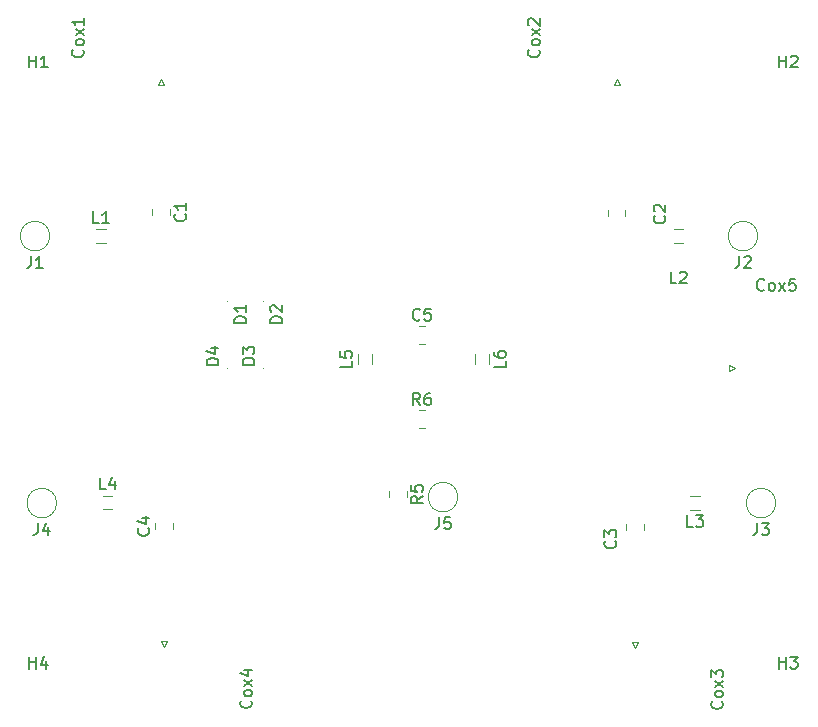
<source format=gbr>
%TF.GenerationSoftware,KiCad,Pcbnew,(5.99.0-13051-g9e760512ac)*%
%TF.CreationDate,2021-12-06T14:55:38+00:00*%
%TF.ProjectId,RF_SWITCH,52465f53-5749-4544-9348-2e6b69636164,rev?*%
%TF.SameCoordinates,Original*%
%TF.FileFunction,Legend,Top*%
%TF.FilePolarity,Positive*%
%FSLAX46Y46*%
G04 Gerber Fmt 4.6, Leading zero omitted, Abs format (unit mm)*
G04 Created by KiCad (PCBNEW (5.99.0-13051-g9e760512ac)) date 2021-12-06 14:55:38*
%MOMM*%
%LPD*%
G01*
G04 APERTURE LIST*
%ADD10C,0.150000*%
%ADD11C,0.120000*%
%ADD12C,0.100000*%
G04 APERTURE END LIST*
D10*
%TO.C,H2*%
X165354095Y-84272380D02*
X165354095Y-83272380D01*
X165354095Y-83748571D02*
X165925523Y-83748571D01*
X165925523Y-84272380D02*
X165925523Y-83272380D01*
X166354095Y-83367619D02*
X166401714Y-83320000D01*
X166496952Y-83272380D01*
X166735047Y-83272380D01*
X166830285Y-83320000D01*
X166877904Y-83367619D01*
X166925523Y-83462857D01*
X166925523Y-83558095D01*
X166877904Y-83700952D01*
X166306476Y-84272380D01*
X166925523Y-84272380D01*
%TO.C,L4*%
X108357333Y-119994380D02*
X107881142Y-119994380D01*
X107881142Y-118994380D01*
X109119238Y-119327714D02*
X109119238Y-119994380D01*
X108881142Y-118946761D02*
X108643047Y-119661047D01*
X109262095Y-119661047D01*
%TO.C,J1*%
X102028666Y-100254380D02*
X102028666Y-100968666D01*
X101981047Y-101111523D01*
X101885809Y-101206761D01*
X101742952Y-101254380D01*
X101647714Y-101254380D01*
X103028666Y-101254380D02*
X102457238Y-101254380D01*
X102742952Y-101254380D02*
X102742952Y-100254380D01*
X102647714Y-100397238D01*
X102552476Y-100492476D01*
X102457238Y-100540095D01*
%TO.C,D4*%
X117900380Y-109450095D02*
X116900380Y-109450095D01*
X116900380Y-109212000D01*
X116948000Y-109069142D01*
X117043238Y-108973904D01*
X117138476Y-108926285D01*
X117328952Y-108878666D01*
X117471809Y-108878666D01*
X117662285Y-108926285D01*
X117757523Y-108973904D01*
X117852761Y-109069142D01*
X117900380Y-109212000D01*
X117900380Y-109450095D01*
X117233714Y-108021523D02*
X117900380Y-108021523D01*
X116852761Y-108259619D02*
X117567047Y-108497714D01*
X117567047Y-107878666D01*
%TO.C,H3*%
X165354095Y-135174380D02*
X165354095Y-134174380D01*
X165354095Y-134650571D02*
X165925523Y-134650571D01*
X165925523Y-135174380D02*
X165925523Y-134174380D01*
X166306476Y-134174380D02*
X166925523Y-134174380D01*
X166592190Y-134555333D01*
X166735047Y-134555333D01*
X166830285Y-134602952D01*
X166877904Y-134650571D01*
X166925523Y-134745809D01*
X166925523Y-134983904D01*
X166877904Y-135079142D01*
X166830285Y-135126761D01*
X166735047Y-135174380D01*
X166449333Y-135174380D01*
X166354095Y-135126761D01*
X166306476Y-135079142D01*
%TO.C,Cox1*%
X106387142Y-82783809D02*
X106434761Y-82831428D01*
X106482380Y-82974285D01*
X106482380Y-83069523D01*
X106434761Y-83212380D01*
X106339523Y-83307619D01*
X106244285Y-83355238D01*
X106053809Y-83402857D01*
X105910952Y-83402857D01*
X105720476Y-83355238D01*
X105625238Y-83307619D01*
X105530000Y-83212380D01*
X105482380Y-83069523D01*
X105482380Y-82974285D01*
X105530000Y-82831428D01*
X105577619Y-82783809D01*
X106482380Y-82212380D02*
X106434761Y-82307619D01*
X106387142Y-82355238D01*
X106291904Y-82402857D01*
X106006190Y-82402857D01*
X105910952Y-82355238D01*
X105863333Y-82307619D01*
X105815714Y-82212380D01*
X105815714Y-82069523D01*
X105863333Y-81974285D01*
X105910952Y-81926666D01*
X106006190Y-81879047D01*
X106291904Y-81879047D01*
X106387142Y-81926666D01*
X106434761Y-81974285D01*
X106482380Y-82069523D01*
X106482380Y-82212380D01*
X106482380Y-81545714D02*
X105815714Y-81021904D01*
X105815714Y-81545714D02*
X106482380Y-81021904D01*
X106482380Y-80117142D02*
X106482380Y-80688571D01*
X106482380Y-80402857D02*
X105482380Y-80402857D01*
X105625238Y-80498095D01*
X105720476Y-80593333D01*
X105768095Y-80688571D01*
%TO.C,J2*%
X161972666Y-100254380D02*
X161972666Y-100968666D01*
X161925047Y-101111523D01*
X161829809Y-101206761D01*
X161686952Y-101254380D01*
X161591714Y-101254380D01*
X162401238Y-100349619D02*
X162448857Y-100302000D01*
X162544095Y-100254380D01*
X162782190Y-100254380D01*
X162877428Y-100302000D01*
X162925047Y-100349619D01*
X162972666Y-100444857D01*
X162972666Y-100540095D01*
X162925047Y-100682952D01*
X162353619Y-101254380D01*
X162972666Y-101254380D01*
%TO.C,D1*%
X120240380Y-105917095D02*
X119240380Y-105917095D01*
X119240380Y-105679000D01*
X119288000Y-105536142D01*
X119383238Y-105440904D01*
X119478476Y-105393285D01*
X119668952Y-105345666D01*
X119811809Y-105345666D01*
X120002285Y-105393285D01*
X120097523Y-105440904D01*
X120192761Y-105536142D01*
X120240380Y-105679000D01*
X120240380Y-105917095D01*
X120240380Y-104393285D02*
X120240380Y-104964714D01*
X120240380Y-104679000D02*
X119240380Y-104679000D01*
X119383238Y-104774238D01*
X119478476Y-104869476D01*
X119526095Y-104964714D01*
%TO.C,Cox2*%
X144995142Y-82783809D02*
X145042761Y-82831428D01*
X145090380Y-82974285D01*
X145090380Y-83069523D01*
X145042761Y-83212380D01*
X144947523Y-83307619D01*
X144852285Y-83355238D01*
X144661809Y-83402857D01*
X144518952Y-83402857D01*
X144328476Y-83355238D01*
X144233238Y-83307619D01*
X144138000Y-83212380D01*
X144090380Y-83069523D01*
X144090380Y-82974285D01*
X144138000Y-82831428D01*
X144185619Y-82783809D01*
X145090380Y-82212380D02*
X145042761Y-82307619D01*
X144995142Y-82355238D01*
X144899904Y-82402857D01*
X144614190Y-82402857D01*
X144518952Y-82355238D01*
X144471333Y-82307619D01*
X144423714Y-82212380D01*
X144423714Y-82069523D01*
X144471333Y-81974285D01*
X144518952Y-81926666D01*
X144614190Y-81879047D01*
X144899904Y-81879047D01*
X144995142Y-81926666D01*
X145042761Y-81974285D01*
X145090380Y-82069523D01*
X145090380Y-82212380D01*
X145090380Y-81545714D02*
X144423714Y-81021904D01*
X144423714Y-81545714D02*
X145090380Y-81021904D01*
X144185619Y-80688571D02*
X144138000Y-80640952D01*
X144090380Y-80545714D01*
X144090380Y-80307619D01*
X144138000Y-80212380D01*
X144185619Y-80164761D01*
X144280857Y-80117142D01*
X144376095Y-80117142D01*
X144518952Y-80164761D01*
X145090380Y-80736190D01*
X145090380Y-80117142D01*
%TO.C,L2*%
X156678333Y-102560380D02*
X156202142Y-102560380D01*
X156202142Y-101560380D01*
X156964047Y-101655619D02*
X157011666Y-101608000D01*
X157106904Y-101560380D01*
X157345000Y-101560380D01*
X157440238Y-101608000D01*
X157487857Y-101655619D01*
X157535476Y-101750857D01*
X157535476Y-101846095D01*
X157487857Y-101988952D01*
X156916428Y-102560380D01*
X157535476Y-102560380D01*
%TO.C,J3*%
X163496666Y-122860380D02*
X163496666Y-123574666D01*
X163449047Y-123717523D01*
X163353809Y-123812761D01*
X163210952Y-123860380D01*
X163115714Y-123860380D01*
X163877619Y-122860380D02*
X164496666Y-122860380D01*
X164163333Y-123241333D01*
X164306190Y-123241333D01*
X164401428Y-123288952D01*
X164449047Y-123336571D01*
X164496666Y-123431809D01*
X164496666Y-123669904D01*
X164449047Y-123765142D01*
X164401428Y-123812761D01*
X164306190Y-123860380D01*
X164020476Y-123860380D01*
X163925238Y-123812761D01*
X163877619Y-123765142D01*
%TO.C,L3*%
X158075333Y-123160380D02*
X157599142Y-123160380D01*
X157599142Y-122160380D01*
X158313428Y-122160380D02*
X158932476Y-122160380D01*
X158599142Y-122541333D01*
X158742000Y-122541333D01*
X158837238Y-122588952D01*
X158884857Y-122636571D01*
X158932476Y-122731809D01*
X158932476Y-122969904D01*
X158884857Y-123065142D01*
X158837238Y-123112761D01*
X158742000Y-123160380D01*
X158456285Y-123160380D01*
X158361047Y-123112761D01*
X158313428Y-123065142D01*
%TO.C,L6*%
X142210380Y-109132666D02*
X142210380Y-109608857D01*
X141210380Y-109608857D01*
X141210380Y-108370761D02*
X141210380Y-108561238D01*
X141258000Y-108656476D01*
X141305619Y-108704095D01*
X141448476Y-108799333D01*
X141638952Y-108846952D01*
X142019904Y-108846952D01*
X142115142Y-108799333D01*
X142162761Y-108751714D01*
X142210380Y-108656476D01*
X142210380Y-108466000D01*
X142162761Y-108370761D01*
X142115142Y-108323142D01*
X142019904Y-108275523D01*
X141781809Y-108275523D01*
X141686571Y-108323142D01*
X141638952Y-108370761D01*
X141591333Y-108466000D01*
X141591333Y-108656476D01*
X141638952Y-108751714D01*
X141686571Y-108799333D01*
X141781809Y-108846952D01*
%TO.C,L1*%
X107783333Y-97454380D02*
X107307142Y-97454380D01*
X107307142Y-96454380D01*
X108640476Y-97454380D02*
X108069047Y-97454380D01*
X108354761Y-97454380D02*
X108354761Y-96454380D01*
X108259523Y-96597238D01*
X108164285Y-96692476D01*
X108069047Y-96740095D01*
%TO.C,C1*%
X115067142Y-96686666D02*
X115114761Y-96734285D01*
X115162380Y-96877142D01*
X115162380Y-96972380D01*
X115114761Y-97115238D01*
X115019523Y-97210476D01*
X114924285Y-97258095D01*
X114733809Y-97305714D01*
X114590952Y-97305714D01*
X114400476Y-97258095D01*
X114305238Y-97210476D01*
X114210000Y-97115238D01*
X114162380Y-96972380D01*
X114162380Y-96877142D01*
X114210000Y-96734285D01*
X114257619Y-96686666D01*
X115162380Y-95734285D02*
X115162380Y-96305714D01*
X115162380Y-96020000D02*
X114162380Y-96020000D01*
X114305238Y-96115238D01*
X114400476Y-96210476D01*
X114448095Y-96305714D01*
%TO.C,D2*%
X123288380Y-105917095D02*
X122288380Y-105917095D01*
X122288380Y-105679000D01*
X122336000Y-105536142D01*
X122431238Y-105440904D01*
X122526476Y-105393285D01*
X122716952Y-105345666D01*
X122859809Y-105345666D01*
X123050285Y-105393285D01*
X123145523Y-105440904D01*
X123240761Y-105536142D01*
X123288380Y-105679000D01*
X123288380Y-105917095D01*
X122383619Y-104964714D02*
X122336000Y-104917095D01*
X122288380Y-104821857D01*
X122288380Y-104583761D01*
X122336000Y-104488523D01*
X122383619Y-104440904D01*
X122478857Y-104393285D01*
X122574095Y-104393285D01*
X122716952Y-104440904D01*
X123288380Y-105012333D01*
X123288380Y-104393285D01*
%TO.C,J5*%
X136572666Y-122352380D02*
X136572666Y-123066666D01*
X136525047Y-123209523D01*
X136429809Y-123304761D01*
X136286952Y-123352380D01*
X136191714Y-123352380D01*
X137525047Y-122352380D02*
X137048857Y-122352380D01*
X137001238Y-122828571D01*
X137048857Y-122780952D01*
X137144095Y-122733333D01*
X137382190Y-122733333D01*
X137477428Y-122780952D01*
X137525047Y-122828571D01*
X137572666Y-122923809D01*
X137572666Y-123161904D01*
X137525047Y-123257142D01*
X137477428Y-123304761D01*
X137382190Y-123352380D01*
X137144095Y-123352380D01*
X137048857Y-123304761D01*
X137001238Y-123257142D01*
%TO.C,Cox5*%
X164104190Y-103085142D02*
X164056571Y-103132761D01*
X163913714Y-103180380D01*
X163818476Y-103180380D01*
X163675619Y-103132761D01*
X163580380Y-103037523D01*
X163532761Y-102942285D01*
X163485142Y-102751809D01*
X163485142Y-102608952D01*
X163532761Y-102418476D01*
X163580380Y-102323238D01*
X163675619Y-102228000D01*
X163818476Y-102180380D01*
X163913714Y-102180380D01*
X164056571Y-102228000D01*
X164104190Y-102275619D01*
X164675619Y-103180380D02*
X164580380Y-103132761D01*
X164532761Y-103085142D01*
X164485142Y-102989904D01*
X164485142Y-102704190D01*
X164532761Y-102608952D01*
X164580380Y-102561333D01*
X164675619Y-102513714D01*
X164818476Y-102513714D01*
X164913714Y-102561333D01*
X164961333Y-102608952D01*
X165008952Y-102704190D01*
X165008952Y-102989904D01*
X164961333Y-103085142D01*
X164913714Y-103132761D01*
X164818476Y-103180380D01*
X164675619Y-103180380D01*
X165342285Y-103180380D02*
X165866095Y-102513714D01*
X165342285Y-102513714D02*
X165866095Y-103180380D01*
X166723238Y-102180380D02*
X166247047Y-102180380D01*
X166199428Y-102656571D01*
X166247047Y-102608952D01*
X166342285Y-102561333D01*
X166580380Y-102561333D01*
X166675619Y-102608952D01*
X166723238Y-102656571D01*
X166770857Y-102751809D01*
X166770857Y-102989904D01*
X166723238Y-103085142D01*
X166675619Y-103132761D01*
X166580380Y-103180380D01*
X166342285Y-103180380D01*
X166247047Y-103132761D01*
X166199428Y-103085142D01*
%TO.C,H1*%
X101854095Y-84272380D02*
X101854095Y-83272380D01*
X101854095Y-83748571D02*
X102425523Y-83748571D01*
X102425523Y-84272380D02*
X102425523Y-83272380D01*
X103425523Y-84272380D02*
X102854095Y-84272380D01*
X103139809Y-84272380D02*
X103139809Y-83272380D01*
X103044571Y-83415238D01*
X102949333Y-83510476D01*
X102854095Y-83558095D01*
%TO.C,C4*%
X111961142Y-123290666D02*
X112008761Y-123338285D01*
X112056380Y-123481142D01*
X112056380Y-123576380D01*
X112008761Y-123719238D01*
X111913523Y-123814476D01*
X111818285Y-123862095D01*
X111627809Y-123909714D01*
X111484952Y-123909714D01*
X111294476Y-123862095D01*
X111199238Y-123814476D01*
X111104000Y-123719238D01*
X111056380Y-123576380D01*
X111056380Y-123481142D01*
X111104000Y-123338285D01*
X111151619Y-123290666D01*
X111389714Y-122433523D02*
X112056380Y-122433523D01*
X111008761Y-122671619D02*
X111723047Y-122909714D01*
X111723047Y-122290666D01*
%TO.C,C5*%
X134961333Y-105611142D02*
X134913714Y-105658761D01*
X134770857Y-105706380D01*
X134675619Y-105706380D01*
X134532761Y-105658761D01*
X134437523Y-105563523D01*
X134389904Y-105468285D01*
X134342285Y-105277809D01*
X134342285Y-105134952D01*
X134389904Y-104944476D01*
X134437523Y-104849238D01*
X134532761Y-104754000D01*
X134675619Y-104706380D01*
X134770857Y-104706380D01*
X134913714Y-104754000D01*
X134961333Y-104801619D01*
X135866095Y-104706380D02*
X135389904Y-104706380D01*
X135342285Y-105182571D01*
X135389904Y-105134952D01*
X135485142Y-105087333D01*
X135723238Y-105087333D01*
X135818476Y-105134952D01*
X135866095Y-105182571D01*
X135913714Y-105277809D01*
X135913714Y-105515904D01*
X135866095Y-105611142D01*
X135818476Y-105658761D01*
X135723238Y-105706380D01*
X135485142Y-105706380D01*
X135389904Y-105658761D01*
X135342285Y-105611142D01*
%TO.C,C2*%
X155643142Y-96838666D02*
X155690761Y-96886285D01*
X155738380Y-97029142D01*
X155738380Y-97124380D01*
X155690761Y-97267238D01*
X155595523Y-97362476D01*
X155500285Y-97410095D01*
X155309809Y-97457714D01*
X155166952Y-97457714D01*
X154976476Y-97410095D01*
X154881238Y-97362476D01*
X154786000Y-97267238D01*
X154738380Y-97124380D01*
X154738380Y-97029142D01*
X154786000Y-96886285D01*
X154833619Y-96838666D01*
X154833619Y-96457714D02*
X154786000Y-96410095D01*
X154738380Y-96314857D01*
X154738380Y-96076761D01*
X154786000Y-95981523D01*
X154833619Y-95933904D01*
X154928857Y-95886285D01*
X155024095Y-95886285D01*
X155166952Y-95933904D01*
X155738380Y-96505333D01*
X155738380Y-95886285D01*
%TO.C,L5*%
X129204380Y-109132666D02*
X129204380Y-109608857D01*
X128204380Y-109608857D01*
X128204380Y-108323142D02*
X128204380Y-108799333D01*
X128680571Y-108846952D01*
X128632952Y-108799333D01*
X128585333Y-108704095D01*
X128585333Y-108466000D01*
X128632952Y-108370761D01*
X128680571Y-108323142D01*
X128775809Y-108275523D01*
X129013904Y-108275523D01*
X129109142Y-108323142D01*
X129156761Y-108370761D01*
X129204380Y-108466000D01*
X129204380Y-108704095D01*
X129156761Y-108799333D01*
X129109142Y-108846952D01*
%TO.C,Cox4*%
X120641142Y-137891809D02*
X120688761Y-137939428D01*
X120736380Y-138082285D01*
X120736380Y-138177523D01*
X120688761Y-138320380D01*
X120593523Y-138415619D01*
X120498285Y-138463238D01*
X120307809Y-138510857D01*
X120164952Y-138510857D01*
X119974476Y-138463238D01*
X119879238Y-138415619D01*
X119784000Y-138320380D01*
X119736380Y-138177523D01*
X119736380Y-138082285D01*
X119784000Y-137939428D01*
X119831619Y-137891809D01*
X120736380Y-137320380D02*
X120688761Y-137415619D01*
X120641142Y-137463238D01*
X120545904Y-137510857D01*
X120260190Y-137510857D01*
X120164952Y-137463238D01*
X120117333Y-137415619D01*
X120069714Y-137320380D01*
X120069714Y-137177523D01*
X120117333Y-137082285D01*
X120164952Y-137034666D01*
X120260190Y-136987047D01*
X120545904Y-136987047D01*
X120641142Y-137034666D01*
X120688761Y-137082285D01*
X120736380Y-137177523D01*
X120736380Y-137320380D01*
X120736380Y-136653714D02*
X120069714Y-136129904D01*
X120069714Y-136653714D02*
X120736380Y-136129904D01*
X120069714Y-135320380D02*
X120736380Y-135320380D01*
X119688761Y-135558476D02*
X120403047Y-135796571D01*
X120403047Y-135177523D01*
%TO.C,H4*%
X101854095Y-135174380D02*
X101854095Y-134174380D01*
X101854095Y-134650571D02*
X102425523Y-134650571D01*
X102425523Y-135174380D02*
X102425523Y-134174380D01*
X103330285Y-134507714D02*
X103330285Y-135174380D01*
X103092190Y-134126761D02*
X102854095Y-134841047D01*
X103473142Y-134841047D01*
%TO.C,C3*%
X151487142Y-124372666D02*
X151534761Y-124420285D01*
X151582380Y-124563142D01*
X151582380Y-124658380D01*
X151534761Y-124801238D01*
X151439523Y-124896476D01*
X151344285Y-124944095D01*
X151153809Y-124991714D01*
X151010952Y-124991714D01*
X150820476Y-124944095D01*
X150725238Y-124896476D01*
X150630000Y-124801238D01*
X150582380Y-124658380D01*
X150582380Y-124563142D01*
X150630000Y-124420285D01*
X150677619Y-124372666D01*
X150582380Y-124039333D02*
X150582380Y-123420285D01*
X150963333Y-123753619D01*
X150963333Y-123610761D01*
X151010952Y-123515523D01*
X151058571Y-123467904D01*
X151153809Y-123420285D01*
X151391904Y-123420285D01*
X151487142Y-123467904D01*
X151534761Y-123515523D01*
X151582380Y-123610761D01*
X151582380Y-123896476D01*
X151534761Y-123991714D01*
X151487142Y-124039333D01*
%TO.C,R6*%
X134961333Y-112848380D02*
X134628000Y-112372190D01*
X134389904Y-112848380D02*
X134389904Y-111848380D01*
X134770857Y-111848380D01*
X134866095Y-111896000D01*
X134913714Y-111943619D01*
X134961333Y-112038857D01*
X134961333Y-112181714D01*
X134913714Y-112276952D01*
X134866095Y-112324571D01*
X134770857Y-112372190D01*
X134389904Y-112372190D01*
X135818476Y-111848380D02*
X135628000Y-111848380D01*
X135532761Y-111896000D01*
X135485142Y-111943619D01*
X135389904Y-112086476D01*
X135342285Y-112276952D01*
X135342285Y-112657904D01*
X135389904Y-112753142D01*
X135437523Y-112800761D01*
X135532761Y-112848380D01*
X135723238Y-112848380D01*
X135818476Y-112800761D01*
X135866095Y-112753142D01*
X135913714Y-112657904D01*
X135913714Y-112419809D01*
X135866095Y-112324571D01*
X135818476Y-112276952D01*
X135723238Y-112229333D01*
X135532761Y-112229333D01*
X135437523Y-112276952D01*
X135389904Y-112324571D01*
X135342285Y-112419809D01*
%TO.C,Cox3*%
X160519142Y-137957809D02*
X160566761Y-138005428D01*
X160614380Y-138148285D01*
X160614380Y-138243523D01*
X160566761Y-138386380D01*
X160471523Y-138481619D01*
X160376285Y-138529238D01*
X160185809Y-138576857D01*
X160042952Y-138576857D01*
X159852476Y-138529238D01*
X159757238Y-138481619D01*
X159662000Y-138386380D01*
X159614380Y-138243523D01*
X159614380Y-138148285D01*
X159662000Y-138005428D01*
X159709619Y-137957809D01*
X160614380Y-137386380D02*
X160566761Y-137481619D01*
X160519142Y-137529238D01*
X160423904Y-137576857D01*
X160138190Y-137576857D01*
X160042952Y-137529238D01*
X159995333Y-137481619D01*
X159947714Y-137386380D01*
X159947714Y-137243523D01*
X159995333Y-137148285D01*
X160042952Y-137100666D01*
X160138190Y-137053047D01*
X160423904Y-137053047D01*
X160519142Y-137100666D01*
X160566761Y-137148285D01*
X160614380Y-137243523D01*
X160614380Y-137386380D01*
X160614380Y-136719714D02*
X159947714Y-136195904D01*
X159947714Y-136719714D02*
X160614380Y-136195904D01*
X159614380Y-135910190D02*
X159614380Y-135291142D01*
X159995333Y-135624476D01*
X159995333Y-135481619D01*
X160042952Y-135386380D01*
X160090571Y-135338761D01*
X160185809Y-135291142D01*
X160423904Y-135291142D01*
X160519142Y-135338761D01*
X160566761Y-135386380D01*
X160614380Y-135481619D01*
X160614380Y-135767333D01*
X160566761Y-135862571D01*
X160519142Y-135910190D01*
%TO.C,J4*%
X102602666Y-122860380D02*
X102602666Y-123574666D01*
X102555047Y-123717523D01*
X102459809Y-123812761D01*
X102316952Y-123860380D01*
X102221714Y-123860380D01*
X103507428Y-123193714D02*
X103507428Y-123860380D01*
X103269333Y-122812761D02*
X103031238Y-123527047D01*
X103650285Y-123527047D01*
%TO.C,D3*%
X120948380Y-109427095D02*
X119948380Y-109427095D01*
X119948380Y-109189000D01*
X119996000Y-109046142D01*
X120091238Y-108950904D01*
X120186476Y-108903285D01*
X120376952Y-108855666D01*
X120519809Y-108855666D01*
X120710285Y-108903285D01*
X120805523Y-108950904D01*
X120900761Y-109046142D01*
X120948380Y-109189000D01*
X120948380Y-109427095D01*
X119948380Y-108522333D02*
X119948380Y-107903285D01*
X120329333Y-108236619D01*
X120329333Y-108093761D01*
X120376952Y-107998523D01*
X120424571Y-107950904D01*
X120519809Y-107903285D01*
X120757904Y-107903285D01*
X120853142Y-107950904D01*
X120900761Y-107998523D01*
X120948380Y-108093761D01*
X120948380Y-108379476D01*
X120900761Y-108474714D01*
X120853142Y-108522333D01*
%TO.C,R5*%
X135198380Y-120562666D02*
X134722190Y-120896000D01*
X135198380Y-121134095D02*
X134198380Y-121134095D01*
X134198380Y-120753142D01*
X134246000Y-120657904D01*
X134293619Y-120610285D01*
X134388857Y-120562666D01*
X134531714Y-120562666D01*
X134626952Y-120610285D01*
X134674571Y-120657904D01*
X134722190Y-120753142D01*
X134722190Y-121134095D01*
X134198380Y-119657904D02*
X134198380Y-120134095D01*
X134674571Y-120181714D01*
X134626952Y-120134095D01*
X134579333Y-120038857D01*
X134579333Y-119800761D01*
X134626952Y-119705523D01*
X134674571Y-119657904D01*
X134769809Y-119610285D01*
X135007904Y-119610285D01*
X135103142Y-119657904D01*
X135150761Y-119705523D01*
X135198380Y-119800761D01*
X135198380Y-120038857D01*
X135150761Y-120134095D01*
X135103142Y-120181714D01*
D11*
%TO.C,L4*%
X108124378Y-121652000D02*
X108923622Y-121652000D01*
X108124378Y-120532000D02*
X108923622Y-120532000D01*
%TO.C,J1*%
X103613000Y-98552000D02*
G75*
G03*
X103613000Y-98552000I-1251000J0D01*
G01*
D12*
%TO.C,D4*%
X118668000Y-109802000D02*
G75*
G03*
X118668000Y-109802000I-50000J0D01*
G01*
D11*
%TO.C,Cox1*%
X113280000Y-85760000D02*
X112780000Y-85760000D01*
X112780000Y-85760000D02*
X113030000Y-85260000D01*
X113030000Y-85260000D02*
X113280000Y-85760000D01*
%TO.C,J2*%
X163557000Y-98552000D02*
G75*
G03*
X163557000Y-98552000I-1251000J0D01*
G01*
D12*
%TO.C,D1*%
X118668000Y-104089000D02*
G75*
G03*
X118668000Y-104089000I-50000J0D01*
G01*
D11*
%TO.C,Cox2*%
X151638000Y-85260000D02*
X151888000Y-85760000D01*
X151388000Y-85760000D02*
X151638000Y-85260000D01*
X151888000Y-85760000D02*
X151388000Y-85760000D01*
%TO.C,L2*%
X157244622Y-99112000D02*
X156445378Y-99112000D01*
X157244622Y-97992000D02*
X156445378Y-97992000D01*
%TO.C,J3*%
X165081000Y-121158000D02*
G75*
G03*
X165081000Y-121158000I-1251000J0D01*
G01*
%TO.C,L3*%
X158641622Y-120598000D02*
X157842378Y-120598000D01*
X158641622Y-121718000D02*
X157842378Y-121718000D01*
%TO.C,L6*%
X139648000Y-108566378D02*
X139648000Y-109365622D01*
X140768000Y-108566378D02*
X140768000Y-109365622D01*
%TO.C,L1*%
X107550378Y-97992000D02*
X108349622Y-97992000D01*
X107550378Y-99112000D02*
X108349622Y-99112000D01*
%TO.C,C1*%
X113765000Y-96258748D02*
X113765000Y-96781252D01*
X112295000Y-96258748D02*
X112295000Y-96781252D01*
D12*
%TO.C,D2*%
X121716000Y-104089000D02*
G75*
G03*
X121716000Y-104089000I-50000J0D01*
G01*
D11*
%TO.C,J5*%
X138157000Y-120650000D02*
G75*
G03*
X138157000Y-120650000I-1251000J0D01*
G01*
%TO.C,Cox5*%
X161128000Y-109978000D02*
X161128000Y-109478000D01*
X161628000Y-109728000D02*
X161128000Y-109978000D01*
X161128000Y-109478000D02*
X161628000Y-109728000D01*
%TO.C,C4*%
X112549000Y-123385252D02*
X112549000Y-122862748D01*
X114019000Y-123385252D02*
X114019000Y-122862748D01*
%TO.C,C5*%
X134866748Y-106199000D02*
X135389252Y-106199000D01*
X134866748Y-107669000D02*
X135389252Y-107669000D01*
%TO.C,C2*%
X152335000Y-96338748D02*
X152335000Y-96861252D01*
X150865000Y-96338748D02*
X150865000Y-96861252D01*
%TO.C,L5*%
X129742000Y-109365622D02*
X129742000Y-108566378D01*
X130862000Y-109365622D02*
X130862000Y-108566378D01*
%TO.C,Cox4*%
X113034000Y-132868000D02*
X113534000Y-132868000D01*
X113534000Y-132868000D02*
X113284000Y-133368000D01*
X113284000Y-133368000D02*
X113034000Y-132868000D01*
%TO.C,C3*%
X152427000Y-123451252D02*
X152427000Y-122928748D01*
X153897000Y-123451252D02*
X153897000Y-122928748D01*
%TO.C,R6*%
X134900936Y-113311000D02*
X135355064Y-113311000D01*
X134900936Y-114781000D02*
X135355064Y-114781000D01*
%TO.C,Cox3*%
X153162000Y-133434000D02*
X152912000Y-132934000D01*
X152912000Y-132934000D02*
X153412000Y-132934000D01*
X153412000Y-132934000D02*
X153162000Y-133434000D01*
%TO.C,J4*%
X104187000Y-121158000D02*
G75*
G03*
X104187000Y-121158000I-1251000J0D01*
G01*
D12*
%TO.C,D3*%
X121716000Y-109779000D02*
G75*
G03*
X121716000Y-109779000I-50000J0D01*
G01*
D11*
%TO.C,R5*%
X132361000Y-120168936D02*
X132361000Y-120623064D01*
X133831000Y-120168936D02*
X133831000Y-120623064D01*
%TD*%
M02*

</source>
